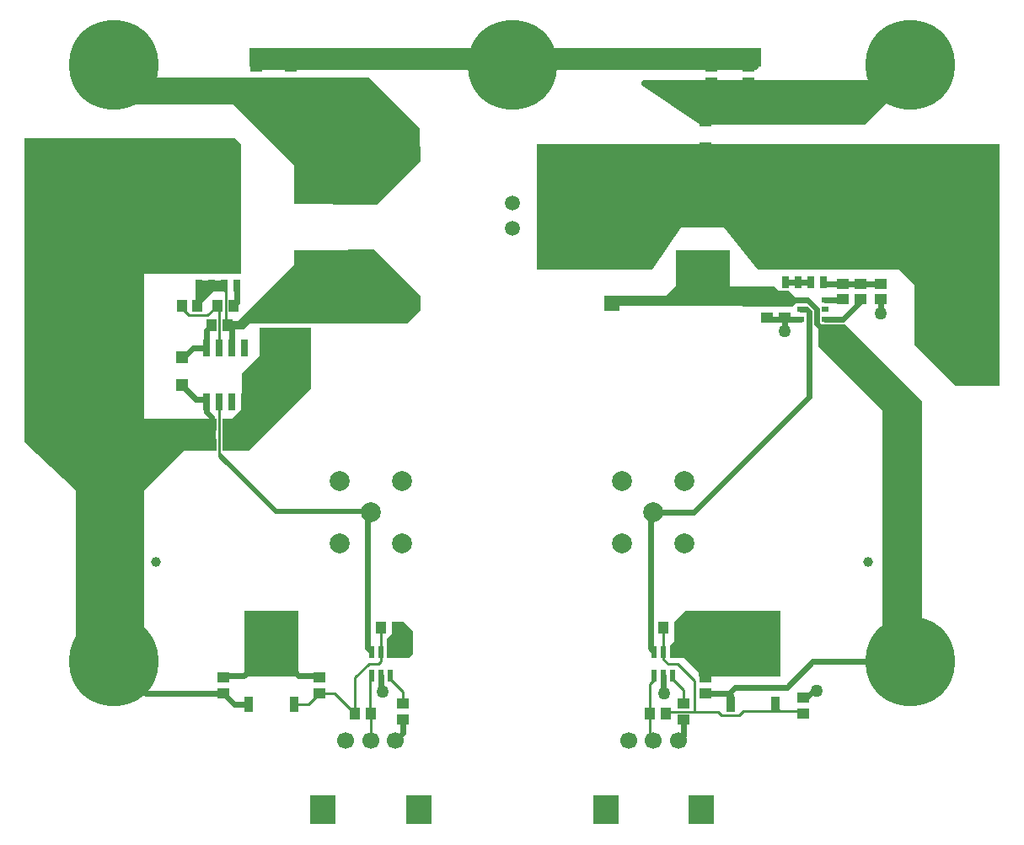
<source format=gtl>
G04 Layer_Physical_Order=1*
G04 Layer_Color=255*
%FSLAX44Y44*%
%MOMM*%
G71*
G01*
G75*
%ADD10R,0.8000X0.5000*%
%ADD11R,5.5000X4.0000*%
%ADD12R,1.2000X1.2000*%
%ADD13R,0.5500X1.3000*%
%ADD14R,0.6500X1.2000*%
%ADD15R,1.0000X1.3000*%
%ADD16R,1.3000X1.0000*%
%ADD17R,0.9000X1.6000*%
%ADD18R,5.4500X6.6000*%
%ADD19R,0.6500X1.7500*%
%ADD20C,0.6000*%
%ADD21C,0.2540*%
%ADD22C,1.0000*%
%ADD23R,1.5000X1.5000*%
%ADD24C,1.0000*%
%ADD25R,2.6000X3.0000*%
%ADD26C,1.7000*%
%ADD27C,9.0000*%
%ADD28C,2.0000*%
%ADD29C,1.5000*%
%ADD30C,1.2000*%
%ADD31C,3.2000*%
%ADD32C,1.2700*%
G36*
X1412000Y1062000D02*
Y832000D01*
X1372925Y829632D01*
X1372000Y830502D01*
Y1053000D01*
X1308000Y1117000D01*
Y1136511D01*
X1310489Y1139000D01*
X1335000D01*
X1412000Y1062000D01*
D02*
G37*
G36*
X764000Y953500D02*
X850500D01*
Y950500D01*
X762000Y950000D01*
X705650Y1006350D01*
Y1010500D01*
X707000D01*
X764000Y953500D01*
D02*
G37*
G36*
X1490000Y1077500D02*
X1446000Y1077500D01*
X1404500Y1119000D01*
X1404500Y1178500D01*
X1389000Y1194000D01*
X1247000Y1194000D01*
X1213000Y1236000D01*
X1169318Y1236000D01*
X1140682Y1194000D01*
X1024500Y1194000D01*
X1024500Y1320000D01*
X1170000Y1320000D01*
X1490000D01*
Y1077500D01*
D02*
G37*
G36*
X1216000Y785000D02*
X1187500D01*
Y789000D01*
X1173000Y803500D01*
X1158500D01*
Y816500D01*
X1163000Y821000D01*
Y840500D01*
X1173500Y851000D01*
X1216000D01*
Y785000D01*
D02*
G37*
G36*
X891000Y840500D02*
X900500Y831000D01*
Y808000D01*
X896000Y803500D01*
X874500D01*
Y823000D01*
X879000Y827500D01*
Y840500D01*
X891000Y840500D01*
D02*
G37*
G36*
X727500Y1320000D02*
X728029Y1190900D01*
X727500Y1190369D01*
Y1190250D01*
X727382D01*
X727133Y1190000D01*
X630000D01*
Y1044000D01*
X702000D01*
Y1012000D01*
X670000D01*
X630000Y972000D01*
Y827000D01*
X619000Y816000D01*
X615000Y820000D01*
X562000D01*
Y972292D01*
X510000Y1020371D01*
X510000Y1326000D01*
X721500D01*
X727500Y1320000D01*
D02*
G37*
G36*
X798000Y1102000D02*
Y1075000D01*
X748000Y1025000D01*
X735000Y1012000D01*
X709000Y1012000D01*
Y1037000D01*
X716000Y1044000D01*
X718000D01*
X729051Y1055051D01*
X731050Y1055050D01*
X731050Y1044000D01*
X731050D01*
Y1090050D01*
X743000Y1102000D01*
X746000D01*
X746000Y1136000D01*
X798000D01*
X798000Y1102000D01*
D02*
G37*
G36*
X639000Y1387000D02*
X853000D01*
Y1387000D01*
X856500D01*
X907500Y1336000D01*
X907500Y1302500D01*
X864500Y1259500D01*
X835500D01*
D01*
X835500Y1259500D01*
X820500Y1259500D01*
X720000Y1360000D01*
X608000Y1360000D01*
X608000Y1382000D01*
X621000Y1395000D01*
Y1397000D01*
X629000D01*
X639000Y1387000D01*
D02*
G37*
G36*
X1396816Y1381816D02*
X1355000Y1340000D01*
X1189000D01*
X1129786Y1379800D01*
X1130152Y1381016D01*
X1396326Y1382988D01*
X1396816Y1381816D01*
D02*
G37*
G36*
X1250000Y1398001D02*
X736000Y1398000D01*
Y1417000D01*
X1250000D01*
Y1398001D01*
D02*
G37*
G36*
X1268000Y1173000D02*
X1278000D01*
X1285000Y1166000D01*
X1292000D01*
Y1160000D01*
X1285000D01*
X1281000Y1157000D01*
X1182500Y1157500D01*
X1157000Y1157500D01*
X1156000Y1158500D01*
X1156000Y1167000D01*
X1166000Y1177000D01*
X1264000D01*
X1268000Y1173000D01*
D02*
G37*
G36*
X708000Y1172000D02*
X700000D01*
X688000Y1160000D01*
X682898Y1160000D01*
X682000Y1160898D01*
Y1183000D01*
X708000D01*
Y1172000D01*
D02*
G37*
G36*
X861004Y1213996D02*
X907500Y1167500D01*
Y1152500D01*
X894998Y1139998D01*
X835000Y1140000D01*
Y1140000D01*
X736000Y1140000D01*
X730000Y1134000D01*
X712000D01*
Y1142000D01*
X724000D01*
X792000Y1210000D01*
X826000D01*
X835000Y1201000D01*
Y1214000D01*
X861004Y1213996D01*
D02*
G37*
D10*
X1290000Y1163500D02*
D03*
Y1154000D02*
D03*
Y1144500D02*
D03*
X1314000D02*
D03*
Y1154000D02*
D03*
Y1163500D02*
D03*
D11*
X1192000Y1279350D02*
D03*
Y1194350D02*
D03*
X808000Y1279350D02*
D03*
Y1194350D02*
D03*
D12*
X772000Y1158000D02*
D03*
Y1130000D02*
D03*
X668000Y1106000D02*
D03*
Y1078000D02*
D03*
X1194000Y1344000D02*
D03*
Y1316000D02*
D03*
D13*
X1142500Y810000D02*
D03*
X1152000D02*
D03*
X1161500D02*
D03*
Y786000D02*
D03*
X1152000D02*
D03*
X1142500D02*
D03*
X858500Y810000D02*
D03*
X868000D02*
D03*
X877500D02*
D03*
Y786000D02*
D03*
X868000D02*
D03*
X858500D02*
D03*
D14*
X1274950Y1181750D02*
D03*
X1287650D02*
D03*
X1300350D02*
D03*
X1313050D02*
D03*
X1314066Y1237940D02*
D03*
X1300604D02*
D03*
X1287396D02*
D03*
X1273934D02*
D03*
X684950Y1177750D02*
D03*
X697650D02*
D03*
X710350D02*
D03*
X723050D02*
D03*
X724066Y1233940D02*
D03*
X710604D02*
D03*
X697396D02*
D03*
X683934D02*
D03*
D15*
X668000Y1158000D02*
D03*
X684000D02*
D03*
X858000Y748000D02*
D03*
X842000D02*
D03*
X1168000Y834000D02*
D03*
X1152000D02*
D03*
X868000D02*
D03*
X884000D02*
D03*
X1154000Y748000D02*
D03*
X1138000D02*
D03*
X698000Y1018000D02*
D03*
X714000D02*
D03*
X698000Y1038000D02*
D03*
X714000D02*
D03*
X720000Y1158000D02*
D03*
X704000D02*
D03*
X714000Y1138000D02*
D03*
X698000D02*
D03*
D16*
X1237334Y1382001D02*
D03*
Y1398001D02*
D03*
X1200000Y1382001D02*
D03*
Y1398001D02*
D03*
X742664Y1382000D02*
D03*
Y1398000D02*
D03*
X777332Y1382000D02*
D03*
Y1398000D02*
D03*
X806000Y768000D02*
D03*
Y784000D02*
D03*
X710000D02*
D03*
Y768000D02*
D03*
X1172000Y758000D02*
D03*
Y742000D02*
D03*
X1332000Y1180000D02*
D03*
Y1164000D02*
D03*
X1370000Y1180000D02*
D03*
Y1164000D02*
D03*
X1350000Y1180000D02*
D03*
Y1164000D02*
D03*
X1256000Y1146000D02*
D03*
Y1162000D02*
D03*
X1274000Y1146000D02*
D03*
Y1162000D02*
D03*
X1194000Y768000D02*
D03*
Y784000D02*
D03*
X890000Y758000D02*
D03*
Y742000D02*
D03*
X1292000Y748000D02*
D03*
Y764000D02*
D03*
D17*
X735200Y757000D02*
D03*
X780800D02*
D03*
X1219200D02*
D03*
X1264800D02*
D03*
D18*
X758000Y818000D02*
D03*
X1242000D02*
D03*
D19*
X692950Y1060750D02*
D03*
X705650D02*
D03*
X718350D02*
D03*
X731050D02*
D03*
X692950Y1115250D02*
D03*
X705650D02*
D03*
X718350D02*
D03*
X731050D02*
D03*
D20*
X1200000Y1382001D02*
X1237334D01*
X1194000D02*
X1200000D01*
X1176000Y1162000D02*
X1256000D01*
X730000Y1020000D02*
X732500D01*
X1176000Y1162000D02*
X1176000Y1162000D01*
X1176000Y1162000D02*
Y1162000D01*
Y1162000D02*
Y1162000D01*
X1100000Y1310000D02*
X1150000D01*
X1192000Y1279350D02*
X1194000Y1281350D01*
Y1316000D01*
X731050Y1089050D02*
X772000Y1130000D01*
X731050Y1038950D02*
Y1089050D01*
X721000Y757000D02*
X735200D01*
X877500Y814000D02*
Y819500D01*
Y810000D02*
Y814000D01*
X879500Y812000D01*
X891500D01*
X877500Y819500D02*
X884000Y826000D01*
Y834000D01*
X1399500Y835500D02*
X1400000Y835000D01*
X1399500Y835500D02*
Y1054000D01*
X1296000Y1154000D02*
X1298500Y1151500D01*
X1290000Y1154000D02*
X1296000D01*
X1350000Y1180000D02*
X1350000Y1180000D01*
X1370000D01*
X1332000Y1180000D02*
X1332000Y1180000D01*
X1035000Y1400000D02*
X1036999Y1398001D01*
X777332Y1398000D02*
X962999D01*
X742664D02*
X777332D01*
X962999D02*
X965000Y1400000D01*
X1036999Y1398001D02*
X1244003D01*
X742664Y1398000D02*
X742665Y1398001D01*
X1194000Y1382001D02*
X1194000Y1382001D01*
Y1344000D02*
Y1382001D01*
X1382001Y1382001D02*
X1400000Y1400000D01*
X1176000Y1178349D02*
X1192000Y1194350D01*
X1314000Y1144500D02*
X1332500D01*
X1350000Y1162000D01*
Y1164000D01*
X1331500Y1163500D02*
X1332000Y1164000D01*
X1314000Y1163500D02*
X1331500D01*
X1287650Y1181750D02*
X1300350D01*
X1274950D02*
X1287650D01*
X1332000Y1180000D02*
X1350000D01*
X1314800D02*
X1332000D01*
X1313050Y1181750D02*
X1314800Y1180000D01*
X1256000Y1146000D02*
X1257500Y1144500D01*
X1256000Y1162000D02*
X1257500Y1163500D01*
X1192000Y768000D02*
X1194000D01*
X1218000D02*
X1224000Y774000D01*
X808000Y1194000D02*
Y1194350D01*
X698000Y1028000D02*
Y1038000D01*
Y1018000D02*
Y1028000D01*
X808000Y1279350D02*
Y1378000D01*
X600000Y1400000D02*
X618000Y1382000D01*
X720000Y1158000D02*
X723050Y1161050D01*
Y1177750D01*
X697650D02*
X710350D01*
X684950D02*
X697650D01*
X714000Y1138000D02*
X718350Y1133650D01*
Y1115250D02*
Y1133650D01*
X692950Y1132950D02*
X698000Y1138000D01*
X692950Y1115250D02*
Y1132950D01*
X679250Y1115250D02*
X692950D01*
X670000Y1106000D02*
X679250Y1115250D01*
X668000Y1106000D02*
X670000D01*
X668000Y1078000D02*
X682000Y1064000D01*
X689700D01*
X692950Y1060750D01*
Y1051050D02*
Y1060750D01*
Y1051050D02*
X698000Y1046000D01*
Y1038000D02*
Y1046000D01*
X710000Y768000D02*
X721000Y757000D01*
X632000Y768000D02*
X710000D01*
X868000Y774000D02*
Y786000D01*
Y774000D02*
X868000Y774000D01*
X1152000Y771000D02*
Y786000D01*
X1168000Y816500D02*
Y834000D01*
X1274000Y1132000D02*
Y1144500D01*
Y1146000D01*
X1257500Y1144500D02*
X1274000D01*
X1290000D01*
X1370000Y1150000D02*
Y1164000D01*
X1219200Y757000D02*
Y766800D01*
X678000Y1028000D02*
X698000D01*
X1161500Y810000D02*
X1169750Y818250D01*
X1194000Y784000D02*
Y794000D01*
X1182000Y807000D02*
X1190000Y815000D01*
X1182000Y806000D02*
Y807000D01*
X1169750Y818250D02*
X1182000Y806000D01*
X1194000Y794000D01*
X1170000Y1168000D02*
X1176000Y1162000D01*
X1176000Y1162000D01*
X1176000Y1162000D02*
Y1178349D01*
X883000Y721000D02*
X890000Y728000D01*
Y742000D01*
X867999Y770000D02*
X870000D01*
X1318500Y1135000D02*
X1399500Y1054000D01*
X1296753Y1163500D02*
X1305750Y1154503D01*
X1310990Y1135000D02*
X1318500D01*
X1305750Y1140240D02*
Y1154503D01*
Y1140240D02*
X1310990Y1135000D01*
X734000Y794000D02*
X758000Y818000D01*
X804000Y786000D02*
X806000Y784000D01*
X758000Y813500D02*
Y818000D01*
Y813500D02*
X785500Y786000D01*
X804000D01*
X710000Y784000D02*
X712000Y786000D01*
X730500D01*
X734000Y789500D01*
Y794000D01*
X1167000Y721000D02*
X1172000Y726000D01*
Y740000D01*
X1174000Y742000D01*
X1224000Y774000D02*
X1276000D01*
X1302000Y800000D01*
X1139000Y947000D02*
X1142000Y950000D01*
X1139000Y813500D02*
Y947000D01*
Y813500D02*
X1142000Y810500D01*
X855000Y813500D02*
X858000Y810500D01*
X855000Y813500D02*
Y947000D01*
X858000Y950000D01*
X1150997Y769000D02*
X1151497Y768500D01*
X1153000D01*
X1152000Y771000D02*
X1153000Y770000D01*
Y768500D02*
Y770000D01*
X1292000Y764000D02*
X1296000D01*
X1302500Y770500D01*
X1305500D01*
X1218000Y768000D02*
X1219200Y766800D01*
X1194000Y768000D02*
X1218000D01*
X1142000Y950000D02*
X1182000D01*
X1298500Y1066500D01*
Y1151500D01*
X869350Y1279350D02*
X900000Y1310000D01*
X808000Y1279350D02*
X869350D01*
X1171500Y1166500D02*
X1176000Y1162000D01*
X1132000Y1382001D02*
X1194000D01*
X1237334D02*
X1382001D01*
X600000Y800000D02*
X632000Y768000D01*
X1302000Y800000D02*
X1400000D01*
X1257500Y1163500D02*
X1296753D01*
D21*
X1161340Y785840D02*
X1161500Y786000D01*
X1138000Y725001D02*
X1142000Y721000D01*
X1138000Y725001D02*
Y748000D01*
X1154000D02*
X1155520Y749520D01*
X705650Y1006350D02*
Y1060750D01*
Y1006350D02*
X762000Y950000D01*
X858000D01*
X704000Y1158000D02*
X705650Y1156350D01*
Y1115250D02*
Y1156350D01*
X712000Y1140000D02*
X714000Y1138000D01*
X712000Y1140000D02*
Y1172000D01*
X710350Y1173650D02*
X712000Y1172000D01*
X710350Y1173650D02*
Y1177750D01*
X684950Y1163050D02*
Y1177750D01*
X866000Y798000D02*
X868000Y800000D01*
X856000Y798000D02*
X866000D01*
X842000Y784000D02*
X856000Y798000D01*
X842000Y748000D02*
Y784000D01*
X858000Y721000D02*
Y748000D01*
X795000Y757000D02*
X806000Y768000D01*
X780800Y757000D02*
X795000D01*
X694000Y1148000D02*
X704000Y1158000D01*
X857129Y748871D02*
X858000Y748000D01*
X857129Y748871D02*
Y784629D01*
X858500Y786000D01*
X1290000Y748000D02*
X1292000D01*
X1288000Y750000D02*
X1290000Y748000D01*
X1269000Y750000D02*
X1288000D01*
X877500Y782500D02*
Y786000D01*
X890000Y758000D02*
Y770000D01*
X877500Y782500D02*
X890000Y770000D01*
X668000Y1155000D02*
Y1158000D01*
Y1155000D02*
X675000Y1148000D01*
X694000D01*
X1161340Y782660D02*
Y785840D01*
X1206480Y749520D02*
X1210000Y746000D01*
X1264800Y754200D02*
X1269000Y750000D01*
X1264800Y752800D02*
Y754200D01*
Y757000D01*
X1210000Y746000D02*
X1228000D01*
X1232000Y750000D01*
X1152000Y802000D02*
X1156500Y797500D01*
X1166500D01*
X806000Y768000D02*
X822000D01*
X842000Y748000D01*
X1172500Y759500D02*
Y771500D01*
X1161340Y782660D02*
X1172500Y771500D01*
X1155520Y749520D02*
X1183000D01*
X1166500Y797500D02*
X1183000Y781000D01*
Y749520D02*
X1206480D01*
X1183000D02*
Y781000D01*
X1138000Y748000D02*
Y777500D01*
X1142500Y782000D01*
Y786000D01*
X868000Y800000D02*
Y834000D01*
X1232000Y750000D02*
X1269000D01*
X1152000Y802000D02*
Y834000D01*
X1172500Y759500D02*
X1174000Y758000D01*
D22*
X1100000Y1160000D02*
X1102500Y1162500D01*
X1157000D01*
X1173000Y1178500D01*
D23*
X900000Y1310000D02*
D03*
X1100000D02*
D03*
X900000Y1160000D02*
D03*
X1100000D02*
D03*
D24*
X850000Y1377500D02*
D03*
Y1402500D02*
D03*
X617500Y900000D02*
D03*
X642500D02*
D03*
X1382500D02*
D03*
X1357500D02*
D03*
X1150000Y1377500D02*
D03*
Y1402500D02*
D03*
D25*
X906000Y651001D02*
D03*
X810000D02*
D03*
X1190000D02*
D03*
X1094000D02*
D03*
D26*
X858000Y721001D02*
D03*
X833000D02*
D03*
X883000D02*
D03*
X1142000D02*
D03*
X1117000D02*
D03*
X1167000D02*
D03*
D27*
X1000000Y1400000D02*
D03*
X600000Y800000D02*
D03*
X1400000D02*
D03*
Y1400000D02*
D03*
X600000D02*
D03*
D28*
X1173250Y981250D02*
D03*
Y918750D02*
D03*
X1110750Y981250D02*
D03*
Y918750D02*
D03*
X1142000Y950000D02*
D03*
X858000D02*
D03*
X826750Y918750D02*
D03*
Y981250D02*
D03*
X889250Y918750D02*
D03*
Y981250D02*
D03*
D29*
X1000000Y1235200D02*
D03*
Y1260600D02*
D03*
D30*
X1024000Y1424000D02*
D03*
Y1376000D02*
D03*
X976000D02*
D03*
Y1424000D02*
D03*
X1035000Y1400000D02*
D03*
X1000000Y1365000D02*
D03*
X965000Y1400000D02*
D03*
X1000000Y1435000D02*
D03*
X600000Y835000D02*
D03*
X565000Y800000D02*
D03*
X600000Y765000D02*
D03*
X635000Y800000D02*
D03*
X576000Y824000D02*
D03*
Y776000D02*
D03*
X624000D02*
D03*
Y824000D02*
D03*
X1400000Y835000D02*
D03*
X1365000Y800000D02*
D03*
X1400000Y765000D02*
D03*
X1435000Y800000D02*
D03*
X1376000Y824000D02*
D03*
Y776000D02*
D03*
X1424000D02*
D03*
Y824000D02*
D03*
X1400000Y1435000D02*
D03*
X1365000Y1400000D02*
D03*
X1400000Y1365000D02*
D03*
X1435000Y1400000D02*
D03*
X1376000Y1424000D02*
D03*
Y1376000D02*
D03*
X1424000D02*
D03*
Y1424000D02*
D03*
X600000Y1435000D02*
D03*
X565000Y1400000D02*
D03*
X600000Y1365000D02*
D03*
X635000Y1400000D02*
D03*
X576000Y1424000D02*
D03*
Y1376000D02*
D03*
X624000D02*
D03*
Y1424000D02*
D03*
D31*
X1000000Y1400000D02*
D03*
X600000Y800000D02*
D03*
X1400000D02*
D03*
Y1400000D02*
D03*
X600000D02*
D03*
D32*
X1222000Y1406000D02*
D03*
X731050Y1020000D02*
D03*
X754000Y1128000D02*
D03*
X774000Y798000D02*
D03*
X744000D02*
D03*
X891500Y812000D02*
D03*
X790000Y1128000D02*
D03*
X1274000Y1132000D02*
D03*
X1370000Y1150000D02*
D03*
X1188000Y1406000D02*
D03*
X794000D02*
D03*
X761000D02*
D03*
X744000Y816000D02*
D03*
X774000D02*
D03*
X744000Y834000D02*
D03*
X774000D02*
D03*
X1258000Y832000D02*
D03*
X1228000D02*
D03*
X1258000Y814000D02*
D03*
X1228000D02*
D03*
Y796000D02*
D03*
X1258000D02*
D03*
X870000Y770000D02*
D03*
X731050Y1038950D02*
D03*
X772000Y1115000D02*
D03*
X1183000Y836000D02*
D03*
X1201000D02*
D03*
Y818000D02*
D03*
X1183000D02*
D03*
X891500Y826000D02*
D03*
X1153000Y768500D02*
D03*
X1305500Y770500D02*
D03*
M02*

</source>
